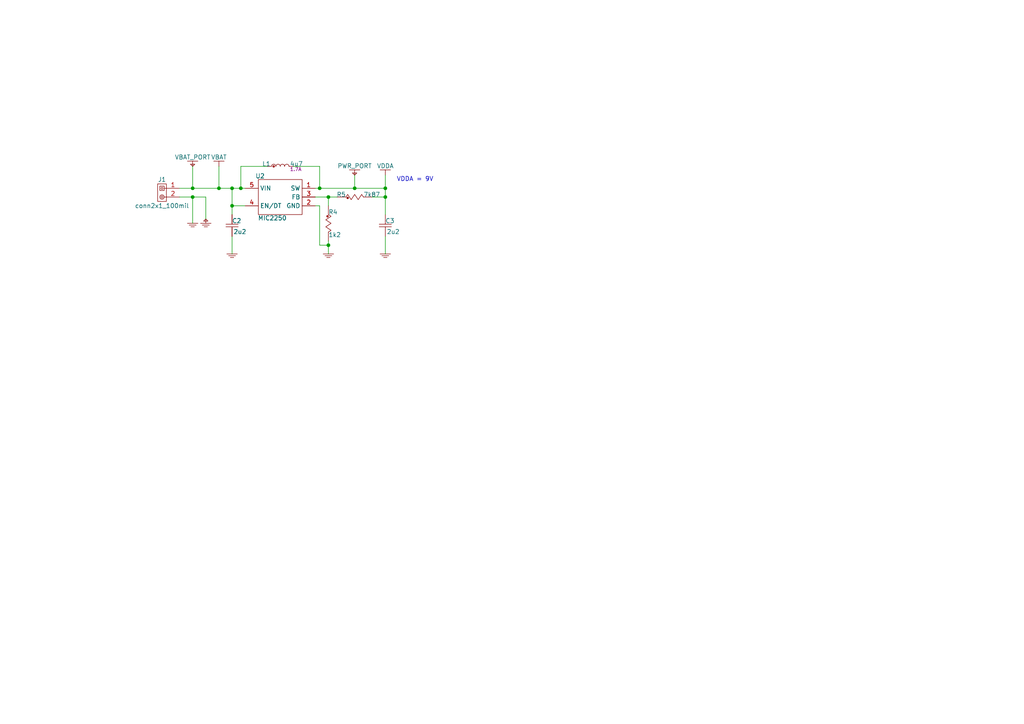
<source format=kicad_sch>
(kicad_sch (version 20250114) (generator "eeschema") (generator_version "9.0")
  (paper "A4")
  (title_block (title "ESMonX") (date "2025-03-22") (rev "A") (company "Sesa Design Inc"))
  (lib_symbols
    (symbol "cap_0603:2u2" (pin_numbers (hide yes)) (pin_names (offset 1.016) (hide yes))
      (property "Reference" "C" (at 0 3.81 0))
      (property "Value" "2u2" (at 0.381 0.635 0))
      (symbol "2u2_0_1"
        (polyline (pts (xy -1.778 3.556) (xy 1.778 3.556)))
        (polyline (pts (xy 0 3.556) (xy 0 3.81)))
        (polyline (pts (xy 0 2.54) (xy 0 2.794)))
        (polyline (pts (xy 1.778 2.794) (xy -1.778 2.794)))
      )
      (symbol "2u2_1_1"
        (pin passive line (at 0 6.35 270) (length 2.54) (name "2") (number "2"))
        (pin passive line (at 0 0 90) (length 2.54) (name "1") (number "1"))
      )
    )
    (symbol "res_0603:1k2" (pin_numbers (hide yes)) (pin_names (offset 1.016) (hide yes))
      (property "Reference" "R" (at 2.54 0 0))
      (property "Value" "1k2" (at 7.62 0 0))
      (symbol "1k2_0_1"
        (polyline (pts (xy 2.54 0) (xy 3.048 0.762) (xy 4.064 -0.762) (xy 5.08 0.762) (xy 6.096 -0.762) (xy 7.112 0.762) (xy 7.62 0)))
        (circle (center 3.048 -0.254) (radius 0.254) (fill (type outline)))
      )
      (symbol "1k2_1_1"
        (pin passive line (at 0 0 0) (length 2.54) (name "1") (number "1"))
        (pin passive line (at 10.16 0 180) (length 2.54) (name "2") (number "2"))
      )
    )
    (symbol "res_0603:7k87" (pin_numbers (hide yes)) (pin_names (offset 1.016) (hide yes))
      (property "Reference" "R" (at 2.54 0 0))
      (property "Value" "7k87" (at 7.62 0 0))
      (symbol "7k87_0_1"
        (polyline (pts (xy 2.54 0) (xy 3.048 0.762) (xy 4.064 -0.762) (xy 5.08 0.762) (xy 6.096 -0.762) (xy 7.112 0.762) (xy 7.62 0)))
        (circle (center 3.048 -0.254) (radius 0.254) (fill (type outline)))
      )
      (symbol "7k87_1_1"
        (pin passive line (at 0 0 0) (length 2.54) (name "1") (number "1"))
        (pin passive line (at 10.16 0 180) (length 2.54) (name "2") (number "2"))
      )
    )
    (symbol "sesa_coil:4u7H_1.7A" (pin_numbers (hide yes)) (pin_names (offset 1.016) (hide yes))
      (property "Reference" "L" (at 1.016 0 0))
      (property "Value" "4u7" (at 6.604 0 0))
      (property "Imax" "1.7A" (at 6.604 -0.254 0))
      (symbol "4u7H_1.7A_0_1"
        (circle (center 1.905 0) (radius 0.254) (fill (type outline)))
        (arc (start 1.27 0) (mid 1.905 0.6323) (end 2.54 0))
        (arc (start 2.54 0) (mid 3.175 0.6323) (end 3.81 0))
        (arc (start 3.81 0) (mid 4.445 0.6323) (end 5.08 0))
        (arc (start 5.08 0) (mid 5.715 0.6323) (end 6.35 0))
      )
      (symbol "4u7H_1.7A_1_1"
        (pin passive line (at 0 0 0) (length 1.27) (name "1") (number "1"))
        (pin passive line (at 7.62 0 180) (length 1.27) (name "2") (number "2"))
      )
    )
    (symbol "sesa_conn:conn2x1_100mil" (pin_names (hide yes))
      (property "Reference" "J" (at 1.27 6.35 0))
      (property "Value" "conn2x1_100mil" (at 1.27 -1.27 0))
      (symbol "conn2x1_100mil_0_1"
        (rectangle (start 0 5.08) (end 2.54 0))
        (polyline (pts (xy 0 3.81) (xy 0.635 3.81) (xy 0.635 4.445) (xy 1.905 4.445) (xy 1.905 3.175) (xy 0.635 3.175) (xy 0.635 3.81)))
        (polyline (pts (xy 0 1.27) (xy 0.635 1.27)))
        (circle (center 1.27 3.81) (radius 0.284))
        (circle (center 1.27 1.27) (radius 0.284))
        (circle (center 1.27 1.27) (radius 0.635))
      )
      (symbol "conn2x1_100mil_1_1"
        (pin passive line (at -3.81 3.81 0) (length 3.81) (name "1") (number "1"))
        (pin passive line (at -3.81 1.27 0) (length 3.81) (name "2") (number "2"))
      )
    )
    (symbol "sesa_ic_power:MIC2250"
      (property "Reference" "U" (at 0.508 11.176 0))
      (property "Value" "MIC2250" (at 4.064 -1.016 0))
      (symbol "MIC2250_0_1"
        (rectangle (start 0 0) (end 12.7 10.16))
      )
      (symbol "MIC2250_1_1"
        (pin input line (at -3.81 7.62 0) (length 3.81) (name "VIN") (number "5"))
        (pin input line (at -3.81 2.54 0) (length 3.81) (name "EN/DT") (number "4"))
        (pin input line (at 16.51 7.62 180) (length 3.81) (name "SW") (number "1"))
        (pin input line (at 16.51 5.08 180) (length 3.81) (name "FB") (number "3"))
        (pin power_in line (at 16.51 2.54 180) (length 3.81) (name "GND") (number "2"))
      )
    )
    (symbol "sesa_power:GND" (power) (pin_numbers (hide yes)) (pin_names (offset 0) (hide yes))
      (symbol "GND_0_1"
        (polyline (pts (xy 0.508 -1.016) (xy -0.508 -1.016)))
        (polyline (pts (xy 1.016 -0.508) (xy -1.016 -0.508)))
        (polyline (pts (xy 1.524 0) (xy -1.524 0)))
      )
      (symbol "GND_1_1"
        (pin power_in line (at 0 0 90) (length 0) (hide yes) (name "GND") (number "1"))
      )
    )
    (symbol "sesa_power:GND_PORT" (power) (pin_numbers (hide yes)) (pin_names (offset 0) (hide yes))
      (symbol "GND_PORT_0_1"
        (polyline (pts (xy 0 1.27) (xy -0.635 0.635) (xy 0.635 0.635) (xy 0 1.27)))
        (polyline (pts (xy 0 0) (xy 0 1.27)))
        (polyline (pts (xy 0.508 -1.016) (xy -0.508 -1.016)))
        (polyline (pts (xy 1.016 -0.508) (xy -1.016 -0.508)))
        (polyline (pts (xy 1.524 0) (xy -1.524 0)))
      )
      (symbol "GND_PORT_1_1"
        (pin power_out line (at 0 1.27 90) (length 0) (hide yes) (name "GND") (number "1"))
      )
    )
    (symbol "sesa_power:PWR_PORT" (power) (pin_names (offset 0))
      (property "Value" "PWR_PORT" (at 0 2.667 0))
      (symbol "PWR_PORT_0_0"
        (pin power_out line (at 0 0 90) (length 0) (hide yes) (name "PWR") (number "1"))
      )
      (symbol "PWR_PORT_0_1"
        (polyline (pts (xy -0.635 0.635) (xy 0.635 0.635) (xy 0 0) (xy -0.635 0.635)))
        (polyline (pts (xy 0 1.524) (xy 0 0)))
        (polyline (pts (xy 1.524 1.524) (xy -1.524 1.524)))
      )
    )
    (symbol "sesa_power:VBAT" (power) (pin_names (offset 0))
      (property "Value" "VBAT" (at 0 2.667 0))
      (symbol "VBAT_0_0"
        (pin power_in line (at 0 0 90) (length 0) (hide yes) (name "VBAT") (number "1"))
      )
      (symbol "VBAT_0_1"
        (polyline (pts (xy 0 1.524) (xy 0 0)))
        (polyline (pts (xy 1.524 1.524) (xy -1.524 1.524)))
      )
    )
    (symbol "sesa_power:VBAT_PORT" (power) (pin_names (offset 0))
      (property "Value" "VBAT_PORT" (at 0 2.667 0))
      (symbol "VBAT_PORT_0_0"
        (pin power_out line (at 0 0 90) (length 0) (hide yes) (name "VBAT") (number "1"))
      )
      (symbol "VBAT_PORT_0_1"
        (polyline (pts (xy -0.635 0.635) (xy 0.635 0.635) (xy 0 0) (xy -0.635 0.635)))
        (polyline (pts (xy 0 1.524) (xy 0 0)))
        (polyline (pts (xy 1.524 1.524) (xy -1.524 1.524)))
      )
    )
    (symbol "sesa_power:VDDA" (power) (pin_names (offset 0))
      (property "Value" "VDDA" (at 0 2.667 0))
      (symbol "VDDA_0_0"
        (pin power_in line (at 0 0 90) (length 0) (hide yes) (name "VDDA") (number "1"))
      )
      (symbol "VDDA_0_1"
        (polyline (pts (xy 0 1.524) (xy 0 0)))
        (polyline (pts (xy 1.524 1.524) (xy -1.524 1.524)))
      )
    )
  )
  (text "VDDA = 9V" (at 120.396 52.07 0) (effects (font (size 1.27 1.27))))
  (junction (at 63.5 54.61))
  (junction (at 69.85 54.61))
  (junction (at 67.31 54.61))
  (junction (at 67.31 59.69))
  (junction (at 111.76 54.61))
  (junction (at 92.71 54.61))
  (junction (at 102.87 54.61))
  (junction (at 55.88 54.61))
  (junction (at 111.76 57.15))
  (junction (at 55.88 57.15))
  (junction (at 95.25 57.15))
  (junction (at 95.25 71.12))
  (wire (pts (xy 52.07 57.15) (xy 55.88 57.15)))
  (wire (pts (xy 67.31 59.69) (xy 67.31 54.61)))
  (wire (pts (xy 111.76 54.61) (xy 111.76 50.8)))
  (wire (pts (xy 95.25 71.12) (xy 95.25 73.66)))
  (wire (pts (xy 92.71 71.12) (xy 95.25 71.12)))
  (wire (pts (xy 63.5 54.61) (xy 67.31 54.61)))
  (wire (pts (xy 77.47 48.26) (xy 69.85 48.26)))
  (wire (pts (xy 69.85 54.61) (xy 71.12 54.61)))
  (wire (pts (xy 92.71 54.61) (xy 102.87 54.61)))
  (wire (pts (xy 71.12 59.69) (xy 67.31 59.69)))
  (wire (pts (xy 85.09 48.26) (xy 92.71 48.26)))
  (wire (pts (xy 111.76 68.58) (xy 111.76 73.66)))
  (wire (pts (xy 55.88 48.26) (xy 55.88 54.61)))
  (wire (pts (xy 63.5 48.26) (xy 63.5 54.61)))
  (wire (pts (xy 92.71 59.69) (xy 92.71 71.12)))
  (wire (pts (xy 69.85 48.26) (xy 69.85 54.61)))
  (wire (pts (xy 67.31 68.58) (xy 67.31 73.66)))
  (wire (pts (xy 111.76 57.15) (xy 111.76 62.23)))
  (wire (pts (xy 95.25 69.85) (xy 95.25 71.12)))
  (wire (pts (xy 95.25 57.15) (xy 95.25 59.69)))
  (wire (pts (xy 67.31 54.61) (xy 69.85 54.61)))
  (wire (pts (xy 91.44 57.15) (xy 95.25 57.15)))
  (wire (pts (xy 52.07 54.61) (xy 55.88 54.61)))
  (wire (pts (xy 92.71 48.26) (xy 92.71 54.61)))
  (wire (pts (xy 55.88 57.15) (xy 59.69 57.15)))
  (wire (pts (xy 59.69 57.15) (xy 59.69 63.5)))
  (wire (pts (xy 55.88 57.15) (xy 55.88 64.77)))
  (wire (pts (xy 102.87 54.61) (xy 111.76 54.61)))
  (wire (pts (xy 91.44 59.69) (xy 92.71 59.69)))
  (wire (pts (xy 107.95 57.15) (xy 111.76 57.15)))
  (wire (pts (xy 102.87 50.8) (xy 102.87 54.61)))
  (wire (pts (xy 55.88 54.61) (xy 63.5 54.61)))
  (wire (pts (xy 111.76 57.15) (xy 111.76 54.61)))
  (wire (pts (xy 95.25 57.15) (xy 97.79 57.15)))
  (wire (pts (xy 91.44 54.61) (xy 92.71 54.61)))
  (wire (pts (xy 67.31 59.69) (xy 67.31 62.23)))
  (symbol (lib_id "cap_0603:2u2") (at 111.76 68.58 0) (unit 1)
    (property "Reference" "C3" (at 111.76 64.77 0) (effects (justify left bottom)))
    (property "Value" "2u2" (at 112.141 67.945 0) (effects (justify left bottom)))
    (property "Footprint" "Capacitor_SMD:C_0603_1608Metric" (effects (hide yes)))
    (property "Datasheet" "https://www.samsungsem.com/resources/file/global/support/product_catalog/MLCC.pdf" (effects (hide yes)))
    (property "Description" "non polar capacitor, 0603 case" (effects (hide yes)))
    (property "Voltage" "25V" (effects (hide yes)))
    (property "MFG PN" "CL10A225KP8NNNC" (effects (hide yes)))
  )
  (symbol (lib_id "sesa_power:VBAT_PORT") (at 55.88 48.26 0) (unit 1)
    (property "Reference" "#PWR013" (effects (hide yes)))
    (property "Value" "VBAT_PORT" (at 55.88 45.593 0))
  )
  (symbol (lib_id "res_0603:1k2") (at 95.25 59.69 270) (unit 1)
    (property "Reference" "R4" (at 95.25 62.23 90) (effects (justify left bottom)))
    (property "Value" "1k2" (at 95.25 68.834 90) (effects (justify left bottom)))
    (property "Footprint" "Resistor_SMD:R_0603_1608Metric" (effects (hide yes)))
    (property "Datasheet" "https://www.bourns.com/data/global/pdfs/CR.pdf" (effects (hide yes)))
    (property "Description" "resistor, 0603, 100 mW, 1%" (effects (hide yes)))
    (property "Tolerance" "1%" (effects (hide yes)))
    (property "MFG PN" "CR0603-FX-1201ELF" (effects (hide yes)))
    (property "MFG NAME" "Bourns" (effects (hide yes)))
  )
  (symbol (lib_id "sesa_power:GND") (at 67.31 73.66 0) (unit 1)
    (property "Reference" "#PWR08" (effects (hide yes)))
    (property "Value" "GND" (effects (hide yes)))
  )
  (symbol (lib_id "sesa_ic_power:MIC2250") (at 74.93 62.23 0) (unit 1)
    (property "Reference" "U2" (at 75.438 51.054 0))
    (property "Value" "MIC2250" (at 78.994 63.246 0))
    (property "Footprint" "sesa_sotd:SOT-23-5" (effects (hide yes)))
    (property "Datasheet" "https://ww1.microchip.com/downloads/en/DeviceDoc/mic2250.pdf" (effects (hide yes)))
    (property "Description" "IC REG BOOST ADJ 2A TSOT23-5" (effects (hide yes)))
    (property "MFG PN" "MIC2250-1YD5-TR" (effects (hide yes)))
    (property "MFG NAME" "Microchip" (effects (hide yes)))
  )
  (symbol (lib_id "res_0603:7k87") (at 97.79 57.15 0) (unit 1)
    (property "Reference" "R5" (at 100.33 57.15 0) (effects (justify right bottom)))
    (property "Value" "7k87" (at 105.41 57.15 0) (effects (justify left bottom)))
    (property "Footprint" "Resistor_SMD:R_0603_1608Metric" (effects (hide yes)))
    (property "Datasheet" "https://www.bourns.com/data/global/pdfs/CR.pdf" (effects (hide yes)))
    (property "Description" "resistor, 0603, 100 mW, 1%" (effects (hide yes)))
    (property "Tolerance" "1%" (effects (hide yes)))
    (property "MFG PN" "CR0603-FX-7871ELF" (effects (hide yes)))
    (property "MFG NAME" "Bourns" (effects (hide yes)))
  )
  (symbol (lib_id "sesa_power:GND_PORT") (at 59.69 64.77 0) (unit 1)
    (property "Reference" "#PWR018" (effects (hide yes)))
    (property "Value" "GND_PORT" (effects (hide yes)))
  )
  (symbol (lib_id "sesa_power:GND") (at 55.88 64.77 0) (unit 1)
    (property "Reference" "#PWR011" (effects (hide yes)))
    (property "Value" "GND" (effects (hide yes)))
  )
  (symbol (lib_id "sesa_power:VDDA") (at 111.76 50.8 0) (unit 1)
    (property "Reference" "#PWR07" (effects (hide yes)))
    (property "Value" "VDDA" (at 111.76 48.133 0))
  )
  (symbol (lib_id "sesa_power:VBAT") (at 63.5 48.26 0) (unit 1)
    (property "Reference" "#PWR012" (effects (hide yes)))
    (property "Value" "VBAT" (at 63.5 45.593 0))
  )
  (symbol (lib_id "cap_0603:2u2") (at 67.31 68.58 0) (unit 1)
    (property "Reference" "C2" (at 67.31 64.77 0) (effects (justify left bottom)))
    (property "Value" "2u2" (at 67.691 67.945 0) (effects (justify left bottom)))
    (property "Footprint" "Capacitor_SMD:C_0603_1608Metric" (effects (hide yes)))
    (property "Datasheet" "https://www.samsungsem.com/resources/file/global/support/product_catalog/MLCC.pdf" (effects (hide yes)))
    (property "Description" "non polar capacitor, 0603 case" (effects (hide yes)))
    (property "Voltage" "25V" (effects (hide yes)))
    (property "MFG PN" "CL10A225KP8NNNC" (effects (hide yes)))
  )
  (symbol (lib_id "sesa_conn:conn2x1_100mil") (at 48.26 58.42 0) (mirror y) (unit 1) (in_bom no)
    (property "Reference" "J1" (at 46.99 52.07 0))
    (property "Value" "conn2x1_100mil" (at 46.99 59.69 0))
    (property "Footprint" "Connector_PinHeader_2.54mm:PinHeader_1x02_P2.54mm_Vertical" (effects (hide yes)))
  )
  (symbol (lib_id "sesa_power:GND") (at 111.76 73.66 0) (unit 1)
    (property "Reference" "#PWR010" (effects (hide yes)))
    (property "Value" "GND" (effects (hide yes)))
  )
  (symbol (lib_id "sesa_coil:4u7H_1.7A") (at 77.47 48.26 0) (unit 1)
    (property "Reference" "L1" (at 78.486 48.26 0) (effects (justify right bottom)))
    (property "Value" "4u7" (at 84.074 48.26 0) (effects (justify left bottom)))
    (property "Footprint" "sesa_coil:NRS4018T4R7MDGJ" (effects (hide yes)))
    (property "Datasheet" "https://ds.yuden.co.jp/TYCOMPAS/eu/detail?pn=LSXND4040TKL4R7MDG" (effects (hide yes)))
    (property "Description" "Inductor, 1.7A, 84 mOhm" (effects (hide yes)))
    (property "MFG PN" "LSXND4040TKL4R7MDG" (effects (hide yes)))
    (property "MFG NAME" "Taiyo Yuden" (effects (hide yes)))
    (property "Imax" "1.7A" (at 84.074 48.514 0) (effects (font (size 1 1)) (justify left top)))
    (property "Isat" "2A" (effects (hide yes)))
  )
  (symbol (lib_id "sesa_power:GND") (at 95.25 73.66 0) (unit 1)
    (property "Reference" "#PWR09" (effects (hide yes)))
    (property "Value" "GND" (effects (hide yes)))
  )
  (symbol (lib_id "sesa_power:PWR_PORT") (at 102.87 50.8 0) (unit 1)
    (property "Reference" "#PWR06" (effects (hide yes)))
    (property "Value" "PWR_PORT" (at 102.87 48.133 0))
  )
)
</source>
